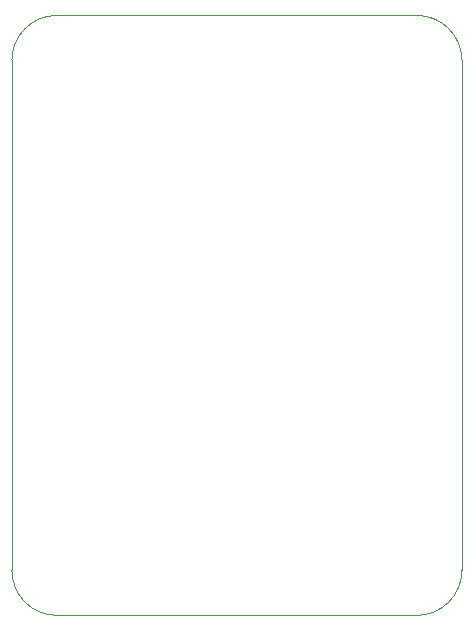
<source format=gbr>
%TF.GenerationSoftware,KiCad,Pcbnew,(6.0.5)*%
%TF.CreationDate,2022-10-05T18:31:43+01:00*%
%TF.ProjectId,DRV8876 Breakout,44525638-3837-4362-9042-7265616b6f75,V22.10.0.1*%
%TF.SameCoordinates,PX8c7ecc0PY4d83c00*%
%TF.FileFunction,Profile,NP*%
%FSLAX46Y46*%
G04 Gerber Fmt 4.6, Leading zero omitted, Abs format (unit mm)*
G04 Created by KiCad (PCBNEW (6.0.5)) date 2022-10-05 18:31:43*
%MOMM*%
%LPD*%
G01*
G04 APERTURE LIST*
%TA.AperFunction,Profile*%
%ADD10C,0.100000*%
%TD*%
G04 APERTURE END LIST*
D10*
X19050000Y21590000D02*
G75*
G03*
X15240000Y25400000I-3810000J0D01*
G01*
X-19050000Y-21590000D02*
X-19050000Y21590000D01*
X-19050000Y-21590000D02*
G75*
G03*
X-15240000Y-25400000I3810000J0D01*
G01*
X-15240000Y25400000D02*
X15240000Y25400000D01*
X19050000Y21590000D02*
X19050000Y-21590000D01*
X15240000Y-25400000D02*
G75*
G03*
X19050000Y-21590000I0J3810000D01*
G01*
X-15240000Y-25400000D02*
X15240000Y-25400000D01*
X-15240000Y25400000D02*
G75*
G03*
X-19050000Y21590000I0J-3810000D01*
G01*
M02*

</source>
